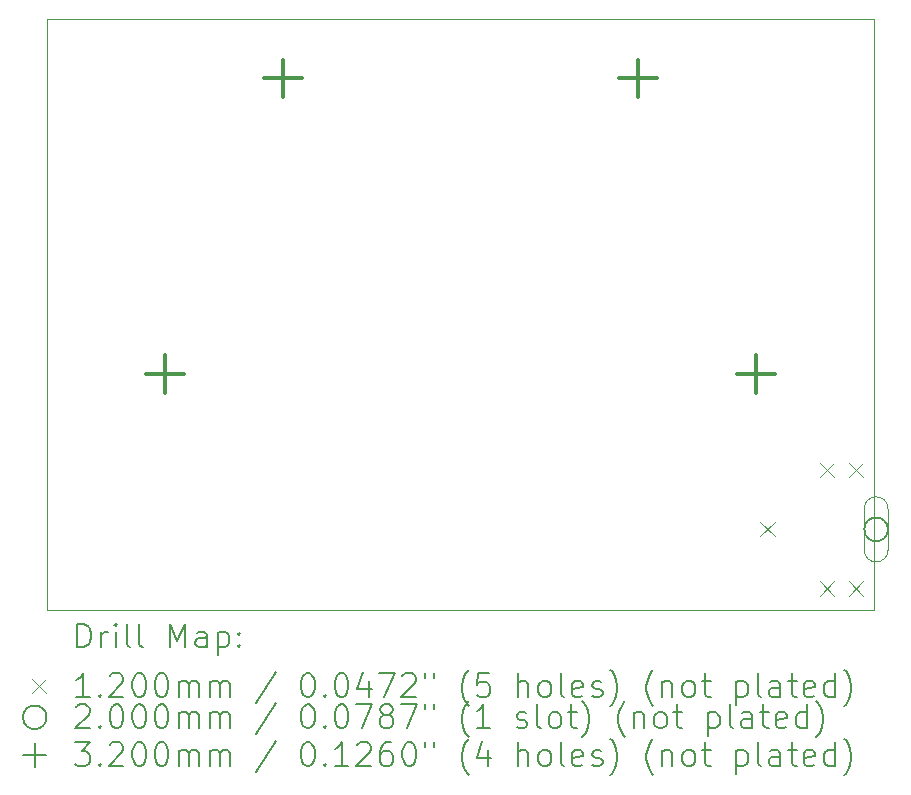
<source format=gbr>
%TF.GenerationSoftware,KiCad,Pcbnew,7.0.10*%
%TF.CreationDate,2024-02-03T19:18:08+01:00*%
%TF.ProjectId,electrosluch_basic,656c6563-7472-46f7-936c-7563685f6261,rev?*%
%TF.SameCoordinates,Original*%
%TF.FileFunction,Drillmap*%
%TF.FilePolarity,Positive*%
%FSLAX45Y45*%
G04 Gerber Fmt 4.5, Leading zero omitted, Abs format (unit mm)*
G04 Created by KiCad (PCBNEW 7.0.10) date 2024-02-03 19:18:08*
%MOMM*%
%LPD*%
G01*
G04 APERTURE LIST*
%ADD10C,0.100000*%
%ADD11C,0.200000*%
%ADD12C,0.120000*%
%ADD13C,0.320000*%
G04 APERTURE END LIST*
D10*
X5000000Y-5000000D02*
X12000000Y-5000000D01*
X12000000Y-10000000D01*
X5000000Y-10000000D01*
X5000000Y-5000000D01*
D11*
D12*
X11040000Y-9258000D02*
X11160000Y-9378000D01*
X11160000Y-9258000D02*
X11040000Y-9378000D01*
X11540000Y-8758000D02*
X11660000Y-8878000D01*
X11660000Y-8758000D02*
X11540000Y-8878000D01*
X11540000Y-9758000D02*
X11660000Y-9878000D01*
X11660000Y-9758000D02*
X11540000Y-9878000D01*
X11790000Y-8758000D02*
X11910000Y-8878000D01*
X11910000Y-8758000D02*
X11790000Y-8878000D01*
X11790000Y-9758000D02*
X11910000Y-9878000D01*
X11910000Y-9758000D02*
X11790000Y-9878000D01*
D11*
X12119100Y-9318000D02*
G75*
G03*
X11919100Y-9318000I-100000J0D01*
G01*
X11919100Y-9318000D02*
G75*
G03*
X12119100Y-9318000I100000J0D01*
G01*
D10*
X12119100Y-9493000D02*
X12119100Y-9143000D01*
X12119100Y-9143000D02*
G75*
G03*
X11919100Y-9143000I-100000J0D01*
G01*
X11919100Y-9143000D02*
X11919100Y-9493000D01*
X11919100Y-9493000D02*
G75*
G03*
X12119100Y-9493000I100000J0D01*
G01*
D13*
X6000000Y-7840000D02*
X6000000Y-8160000D01*
X5840000Y-8000000D02*
X6160000Y-8000000D01*
X7000000Y-5340000D02*
X7000000Y-5660000D01*
X6840000Y-5500000D02*
X7160000Y-5500000D01*
X10000000Y-5340000D02*
X10000000Y-5660000D01*
X9840000Y-5500000D02*
X10160000Y-5500000D01*
X11000000Y-7840000D02*
X11000000Y-8160000D01*
X10840000Y-8000000D02*
X11160000Y-8000000D01*
D11*
X5255777Y-10316484D02*
X5255777Y-10116484D01*
X5255777Y-10116484D02*
X5303396Y-10116484D01*
X5303396Y-10116484D02*
X5331967Y-10126008D01*
X5331967Y-10126008D02*
X5351015Y-10145055D01*
X5351015Y-10145055D02*
X5360539Y-10164103D01*
X5360539Y-10164103D02*
X5370063Y-10202198D01*
X5370063Y-10202198D02*
X5370063Y-10230770D01*
X5370063Y-10230770D02*
X5360539Y-10268865D01*
X5360539Y-10268865D02*
X5351015Y-10287912D01*
X5351015Y-10287912D02*
X5331967Y-10306960D01*
X5331967Y-10306960D02*
X5303396Y-10316484D01*
X5303396Y-10316484D02*
X5255777Y-10316484D01*
X5455777Y-10316484D02*
X5455777Y-10183150D01*
X5455777Y-10221246D02*
X5465301Y-10202198D01*
X5465301Y-10202198D02*
X5474824Y-10192674D01*
X5474824Y-10192674D02*
X5493872Y-10183150D01*
X5493872Y-10183150D02*
X5512920Y-10183150D01*
X5579586Y-10316484D02*
X5579586Y-10183150D01*
X5579586Y-10116484D02*
X5570063Y-10126008D01*
X5570063Y-10126008D02*
X5579586Y-10135531D01*
X5579586Y-10135531D02*
X5589110Y-10126008D01*
X5589110Y-10126008D02*
X5579586Y-10116484D01*
X5579586Y-10116484D02*
X5579586Y-10135531D01*
X5703396Y-10316484D02*
X5684348Y-10306960D01*
X5684348Y-10306960D02*
X5674824Y-10287912D01*
X5674824Y-10287912D02*
X5674824Y-10116484D01*
X5808158Y-10316484D02*
X5789110Y-10306960D01*
X5789110Y-10306960D02*
X5779586Y-10287912D01*
X5779586Y-10287912D02*
X5779586Y-10116484D01*
X6036729Y-10316484D02*
X6036729Y-10116484D01*
X6036729Y-10116484D02*
X6103396Y-10259341D01*
X6103396Y-10259341D02*
X6170062Y-10116484D01*
X6170062Y-10116484D02*
X6170062Y-10316484D01*
X6351015Y-10316484D02*
X6351015Y-10211722D01*
X6351015Y-10211722D02*
X6341491Y-10192674D01*
X6341491Y-10192674D02*
X6322443Y-10183150D01*
X6322443Y-10183150D02*
X6284348Y-10183150D01*
X6284348Y-10183150D02*
X6265301Y-10192674D01*
X6351015Y-10306960D02*
X6331967Y-10316484D01*
X6331967Y-10316484D02*
X6284348Y-10316484D01*
X6284348Y-10316484D02*
X6265301Y-10306960D01*
X6265301Y-10306960D02*
X6255777Y-10287912D01*
X6255777Y-10287912D02*
X6255777Y-10268865D01*
X6255777Y-10268865D02*
X6265301Y-10249817D01*
X6265301Y-10249817D02*
X6284348Y-10240293D01*
X6284348Y-10240293D02*
X6331967Y-10240293D01*
X6331967Y-10240293D02*
X6351015Y-10230770D01*
X6446253Y-10183150D02*
X6446253Y-10383150D01*
X6446253Y-10192674D02*
X6465301Y-10183150D01*
X6465301Y-10183150D02*
X6503396Y-10183150D01*
X6503396Y-10183150D02*
X6522443Y-10192674D01*
X6522443Y-10192674D02*
X6531967Y-10202198D01*
X6531967Y-10202198D02*
X6541491Y-10221246D01*
X6541491Y-10221246D02*
X6541491Y-10278389D01*
X6541491Y-10278389D02*
X6531967Y-10297436D01*
X6531967Y-10297436D02*
X6522443Y-10306960D01*
X6522443Y-10306960D02*
X6503396Y-10316484D01*
X6503396Y-10316484D02*
X6465301Y-10316484D01*
X6465301Y-10316484D02*
X6446253Y-10306960D01*
X6627205Y-10297436D02*
X6636729Y-10306960D01*
X6636729Y-10306960D02*
X6627205Y-10316484D01*
X6627205Y-10316484D02*
X6617682Y-10306960D01*
X6617682Y-10306960D02*
X6627205Y-10297436D01*
X6627205Y-10297436D02*
X6627205Y-10316484D01*
X6627205Y-10192674D02*
X6636729Y-10202198D01*
X6636729Y-10202198D02*
X6627205Y-10211722D01*
X6627205Y-10211722D02*
X6617682Y-10202198D01*
X6617682Y-10202198D02*
X6627205Y-10192674D01*
X6627205Y-10192674D02*
X6627205Y-10211722D01*
D12*
X4875000Y-10585000D02*
X4995000Y-10705000D01*
X4995000Y-10585000D02*
X4875000Y-10705000D01*
D11*
X5360539Y-10736484D02*
X5246253Y-10736484D01*
X5303396Y-10736484D02*
X5303396Y-10536484D01*
X5303396Y-10536484D02*
X5284348Y-10565055D01*
X5284348Y-10565055D02*
X5265301Y-10584103D01*
X5265301Y-10584103D02*
X5246253Y-10593627D01*
X5446253Y-10717436D02*
X5455777Y-10726960D01*
X5455777Y-10726960D02*
X5446253Y-10736484D01*
X5446253Y-10736484D02*
X5436729Y-10726960D01*
X5436729Y-10726960D02*
X5446253Y-10717436D01*
X5446253Y-10717436D02*
X5446253Y-10736484D01*
X5531967Y-10555531D02*
X5541491Y-10546008D01*
X5541491Y-10546008D02*
X5560539Y-10536484D01*
X5560539Y-10536484D02*
X5608158Y-10536484D01*
X5608158Y-10536484D02*
X5627205Y-10546008D01*
X5627205Y-10546008D02*
X5636729Y-10555531D01*
X5636729Y-10555531D02*
X5646253Y-10574579D01*
X5646253Y-10574579D02*
X5646253Y-10593627D01*
X5646253Y-10593627D02*
X5636729Y-10622198D01*
X5636729Y-10622198D02*
X5522444Y-10736484D01*
X5522444Y-10736484D02*
X5646253Y-10736484D01*
X5770062Y-10536484D02*
X5789110Y-10536484D01*
X5789110Y-10536484D02*
X5808158Y-10546008D01*
X5808158Y-10546008D02*
X5817682Y-10555531D01*
X5817682Y-10555531D02*
X5827205Y-10574579D01*
X5827205Y-10574579D02*
X5836729Y-10612674D01*
X5836729Y-10612674D02*
X5836729Y-10660293D01*
X5836729Y-10660293D02*
X5827205Y-10698389D01*
X5827205Y-10698389D02*
X5817682Y-10717436D01*
X5817682Y-10717436D02*
X5808158Y-10726960D01*
X5808158Y-10726960D02*
X5789110Y-10736484D01*
X5789110Y-10736484D02*
X5770062Y-10736484D01*
X5770062Y-10736484D02*
X5751015Y-10726960D01*
X5751015Y-10726960D02*
X5741491Y-10717436D01*
X5741491Y-10717436D02*
X5731967Y-10698389D01*
X5731967Y-10698389D02*
X5722443Y-10660293D01*
X5722443Y-10660293D02*
X5722443Y-10612674D01*
X5722443Y-10612674D02*
X5731967Y-10574579D01*
X5731967Y-10574579D02*
X5741491Y-10555531D01*
X5741491Y-10555531D02*
X5751015Y-10546008D01*
X5751015Y-10546008D02*
X5770062Y-10536484D01*
X5960539Y-10536484D02*
X5979586Y-10536484D01*
X5979586Y-10536484D02*
X5998634Y-10546008D01*
X5998634Y-10546008D02*
X6008158Y-10555531D01*
X6008158Y-10555531D02*
X6017682Y-10574579D01*
X6017682Y-10574579D02*
X6027205Y-10612674D01*
X6027205Y-10612674D02*
X6027205Y-10660293D01*
X6027205Y-10660293D02*
X6017682Y-10698389D01*
X6017682Y-10698389D02*
X6008158Y-10717436D01*
X6008158Y-10717436D02*
X5998634Y-10726960D01*
X5998634Y-10726960D02*
X5979586Y-10736484D01*
X5979586Y-10736484D02*
X5960539Y-10736484D01*
X5960539Y-10736484D02*
X5941491Y-10726960D01*
X5941491Y-10726960D02*
X5931967Y-10717436D01*
X5931967Y-10717436D02*
X5922443Y-10698389D01*
X5922443Y-10698389D02*
X5912920Y-10660293D01*
X5912920Y-10660293D02*
X5912920Y-10612674D01*
X5912920Y-10612674D02*
X5922443Y-10574579D01*
X5922443Y-10574579D02*
X5931967Y-10555531D01*
X5931967Y-10555531D02*
X5941491Y-10546008D01*
X5941491Y-10546008D02*
X5960539Y-10536484D01*
X6112920Y-10736484D02*
X6112920Y-10603150D01*
X6112920Y-10622198D02*
X6122443Y-10612674D01*
X6122443Y-10612674D02*
X6141491Y-10603150D01*
X6141491Y-10603150D02*
X6170063Y-10603150D01*
X6170063Y-10603150D02*
X6189110Y-10612674D01*
X6189110Y-10612674D02*
X6198634Y-10631722D01*
X6198634Y-10631722D02*
X6198634Y-10736484D01*
X6198634Y-10631722D02*
X6208158Y-10612674D01*
X6208158Y-10612674D02*
X6227205Y-10603150D01*
X6227205Y-10603150D02*
X6255777Y-10603150D01*
X6255777Y-10603150D02*
X6274824Y-10612674D01*
X6274824Y-10612674D02*
X6284348Y-10631722D01*
X6284348Y-10631722D02*
X6284348Y-10736484D01*
X6379586Y-10736484D02*
X6379586Y-10603150D01*
X6379586Y-10622198D02*
X6389110Y-10612674D01*
X6389110Y-10612674D02*
X6408158Y-10603150D01*
X6408158Y-10603150D02*
X6436729Y-10603150D01*
X6436729Y-10603150D02*
X6455777Y-10612674D01*
X6455777Y-10612674D02*
X6465301Y-10631722D01*
X6465301Y-10631722D02*
X6465301Y-10736484D01*
X6465301Y-10631722D02*
X6474824Y-10612674D01*
X6474824Y-10612674D02*
X6493872Y-10603150D01*
X6493872Y-10603150D02*
X6522443Y-10603150D01*
X6522443Y-10603150D02*
X6541491Y-10612674D01*
X6541491Y-10612674D02*
X6551015Y-10631722D01*
X6551015Y-10631722D02*
X6551015Y-10736484D01*
X6941491Y-10526960D02*
X6770063Y-10784103D01*
X7198634Y-10536484D02*
X7217682Y-10536484D01*
X7217682Y-10536484D02*
X7236729Y-10546008D01*
X7236729Y-10546008D02*
X7246253Y-10555531D01*
X7246253Y-10555531D02*
X7255777Y-10574579D01*
X7255777Y-10574579D02*
X7265301Y-10612674D01*
X7265301Y-10612674D02*
X7265301Y-10660293D01*
X7265301Y-10660293D02*
X7255777Y-10698389D01*
X7255777Y-10698389D02*
X7246253Y-10717436D01*
X7246253Y-10717436D02*
X7236729Y-10726960D01*
X7236729Y-10726960D02*
X7217682Y-10736484D01*
X7217682Y-10736484D02*
X7198634Y-10736484D01*
X7198634Y-10736484D02*
X7179586Y-10726960D01*
X7179586Y-10726960D02*
X7170063Y-10717436D01*
X7170063Y-10717436D02*
X7160539Y-10698389D01*
X7160539Y-10698389D02*
X7151015Y-10660293D01*
X7151015Y-10660293D02*
X7151015Y-10612674D01*
X7151015Y-10612674D02*
X7160539Y-10574579D01*
X7160539Y-10574579D02*
X7170063Y-10555531D01*
X7170063Y-10555531D02*
X7179586Y-10546008D01*
X7179586Y-10546008D02*
X7198634Y-10536484D01*
X7351015Y-10717436D02*
X7360539Y-10726960D01*
X7360539Y-10726960D02*
X7351015Y-10736484D01*
X7351015Y-10736484D02*
X7341491Y-10726960D01*
X7341491Y-10726960D02*
X7351015Y-10717436D01*
X7351015Y-10717436D02*
X7351015Y-10736484D01*
X7484348Y-10536484D02*
X7503396Y-10536484D01*
X7503396Y-10536484D02*
X7522444Y-10546008D01*
X7522444Y-10546008D02*
X7531967Y-10555531D01*
X7531967Y-10555531D02*
X7541491Y-10574579D01*
X7541491Y-10574579D02*
X7551015Y-10612674D01*
X7551015Y-10612674D02*
X7551015Y-10660293D01*
X7551015Y-10660293D02*
X7541491Y-10698389D01*
X7541491Y-10698389D02*
X7531967Y-10717436D01*
X7531967Y-10717436D02*
X7522444Y-10726960D01*
X7522444Y-10726960D02*
X7503396Y-10736484D01*
X7503396Y-10736484D02*
X7484348Y-10736484D01*
X7484348Y-10736484D02*
X7465301Y-10726960D01*
X7465301Y-10726960D02*
X7455777Y-10717436D01*
X7455777Y-10717436D02*
X7446253Y-10698389D01*
X7446253Y-10698389D02*
X7436729Y-10660293D01*
X7436729Y-10660293D02*
X7436729Y-10612674D01*
X7436729Y-10612674D02*
X7446253Y-10574579D01*
X7446253Y-10574579D02*
X7455777Y-10555531D01*
X7455777Y-10555531D02*
X7465301Y-10546008D01*
X7465301Y-10546008D02*
X7484348Y-10536484D01*
X7722444Y-10603150D02*
X7722444Y-10736484D01*
X7674825Y-10526960D02*
X7627206Y-10669817D01*
X7627206Y-10669817D02*
X7751015Y-10669817D01*
X7808158Y-10536484D02*
X7941491Y-10536484D01*
X7941491Y-10536484D02*
X7855777Y-10736484D01*
X8008158Y-10555531D02*
X8017682Y-10546008D01*
X8017682Y-10546008D02*
X8036729Y-10536484D01*
X8036729Y-10536484D02*
X8084348Y-10536484D01*
X8084348Y-10536484D02*
X8103396Y-10546008D01*
X8103396Y-10546008D02*
X8112920Y-10555531D01*
X8112920Y-10555531D02*
X8122444Y-10574579D01*
X8122444Y-10574579D02*
X8122444Y-10593627D01*
X8122444Y-10593627D02*
X8112920Y-10622198D01*
X8112920Y-10622198D02*
X7998634Y-10736484D01*
X7998634Y-10736484D02*
X8122444Y-10736484D01*
X8198634Y-10536484D02*
X8198634Y-10574579D01*
X8274825Y-10536484D02*
X8274825Y-10574579D01*
X8570063Y-10812674D02*
X8560539Y-10803150D01*
X8560539Y-10803150D02*
X8541491Y-10774579D01*
X8541491Y-10774579D02*
X8531968Y-10755531D01*
X8531968Y-10755531D02*
X8522444Y-10726960D01*
X8522444Y-10726960D02*
X8512920Y-10679341D01*
X8512920Y-10679341D02*
X8512920Y-10641246D01*
X8512920Y-10641246D02*
X8522444Y-10593627D01*
X8522444Y-10593627D02*
X8531968Y-10565055D01*
X8531968Y-10565055D02*
X8541491Y-10546008D01*
X8541491Y-10546008D02*
X8560539Y-10517436D01*
X8560539Y-10517436D02*
X8570063Y-10507912D01*
X8741491Y-10536484D02*
X8646253Y-10536484D01*
X8646253Y-10536484D02*
X8636730Y-10631722D01*
X8636730Y-10631722D02*
X8646253Y-10622198D01*
X8646253Y-10622198D02*
X8665301Y-10612674D01*
X8665301Y-10612674D02*
X8712920Y-10612674D01*
X8712920Y-10612674D02*
X8731968Y-10622198D01*
X8731968Y-10622198D02*
X8741491Y-10631722D01*
X8741491Y-10631722D02*
X8751015Y-10650770D01*
X8751015Y-10650770D02*
X8751015Y-10698389D01*
X8751015Y-10698389D02*
X8741491Y-10717436D01*
X8741491Y-10717436D02*
X8731968Y-10726960D01*
X8731968Y-10726960D02*
X8712920Y-10736484D01*
X8712920Y-10736484D02*
X8665301Y-10736484D01*
X8665301Y-10736484D02*
X8646253Y-10726960D01*
X8646253Y-10726960D02*
X8636730Y-10717436D01*
X8989111Y-10736484D02*
X8989111Y-10536484D01*
X9074825Y-10736484D02*
X9074825Y-10631722D01*
X9074825Y-10631722D02*
X9065301Y-10612674D01*
X9065301Y-10612674D02*
X9046253Y-10603150D01*
X9046253Y-10603150D02*
X9017682Y-10603150D01*
X9017682Y-10603150D02*
X8998634Y-10612674D01*
X8998634Y-10612674D02*
X8989111Y-10622198D01*
X9198634Y-10736484D02*
X9179587Y-10726960D01*
X9179587Y-10726960D02*
X9170063Y-10717436D01*
X9170063Y-10717436D02*
X9160539Y-10698389D01*
X9160539Y-10698389D02*
X9160539Y-10641246D01*
X9160539Y-10641246D02*
X9170063Y-10622198D01*
X9170063Y-10622198D02*
X9179587Y-10612674D01*
X9179587Y-10612674D02*
X9198634Y-10603150D01*
X9198634Y-10603150D02*
X9227206Y-10603150D01*
X9227206Y-10603150D02*
X9246253Y-10612674D01*
X9246253Y-10612674D02*
X9255777Y-10622198D01*
X9255777Y-10622198D02*
X9265301Y-10641246D01*
X9265301Y-10641246D02*
X9265301Y-10698389D01*
X9265301Y-10698389D02*
X9255777Y-10717436D01*
X9255777Y-10717436D02*
X9246253Y-10726960D01*
X9246253Y-10726960D02*
X9227206Y-10736484D01*
X9227206Y-10736484D02*
X9198634Y-10736484D01*
X9379587Y-10736484D02*
X9360539Y-10726960D01*
X9360539Y-10726960D02*
X9351015Y-10707912D01*
X9351015Y-10707912D02*
X9351015Y-10536484D01*
X9531968Y-10726960D02*
X9512920Y-10736484D01*
X9512920Y-10736484D02*
X9474825Y-10736484D01*
X9474825Y-10736484D02*
X9455777Y-10726960D01*
X9455777Y-10726960D02*
X9446253Y-10707912D01*
X9446253Y-10707912D02*
X9446253Y-10631722D01*
X9446253Y-10631722D02*
X9455777Y-10612674D01*
X9455777Y-10612674D02*
X9474825Y-10603150D01*
X9474825Y-10603150D02*
X9512920Y-10603150D01*
X9512920Y-10603150D02*
X9531968Y-10612674D01*
X9531968Y-10612674D02*
X9541492Y-10631722D01*
X9541492Y-10631722D02*
X9541492Y-10650770D01*
X9541492Y-10650770D02*
X9446253Y-10669817D01*
X9617682Y-10726960D02*
X9636730Y-10736484D01*
X9636730Y-10736484D02*
X9674825Y-10736484D01*
X9674825Y-10736484D02*
X9693873Y-10726960D01*
X9693873Y-10726960D02*
X9703396Y-10707912D01*
X9703396Y-10707912D02*
X9703396Y-10698389D01*
X9703396Y-10698389D02*
X9693873Y-10679341D01*
X9693873Y-10679341D02*
X9674825Y-10669817D01*
X9674825Y-10669817D02*
X9646253Y-10669817D01*
X9646253Y-10669817D02*
X9627206Y-10660293D01*
X9627206Y-10660293D02*
X9617682Y-10641246D01*
X9617682Y-10641246D02*
X9617682Y-10631722D01*
X9617682Y-10631722D02*
X9627206Y-10612674D01*
X9627206Y-10612674D02*
X9646253Y-10603150D01*
X9646253Y-10603150D02*
X9674825Y-10603150D01*
X9674825Y-10603150D02*
X9693873Y-10612674D01*
X9770063Y-10812674D02*
X9779587Y-10803150D01*
X9779587Y-10803150D02*
X9798634Y-10774579D01*
X9798634Y-10774579D02*
X9808158Y-10755531D01*
X9808158Y-10755531D02*
X9817682Y-10726960D01*
X9817682Y-10726960D02*
X9827206Y-10679341D01*
X9827206Y-10679341D02*
X9827206Y-10641246D01*
X9827206Y-10641246D02*
X9817682Y-10593627D01*
X9817682Y-10593627D02*
X9808158Y-10565055D01*
X9808158Y-10565055D02*
X9798634Y-10546008D01*
X9798634Y-10546008D02*
X9779587Y-10517436D01*
X9779587Y-10517436D02*
X9770063Y-10507912D01*
X10131968Y-10812674D02*
X10122444Y-10803150D01*
X10122444Y-10803150D02*
X10103396Y-10774579D01*
X10103396Y-10774579D02*
X10093873Y-10755531D01*
X10093873Y-10755531D02*
X10084349Y-10726960D01*
X10084349Y-10726960D02*
X10074825Y-10679341D01*
X10074825Y-10679341D02*
X10074825Y-10641246D01*
X10074825Y-10641246D02*
X10084349Y-10593627D01*
X10084349Y-10593627D02*
X10093873Y-10565055D01*
X10093873Y-10565055D02*
X10103396Y-10546008D01*
X10103396Y-10546008D02*
X10122444Y-10517436D01*
X10122444Y-10517436D02*
X10131968Y-10507912D01*
X10208158Y-10603150D02*
X10208158Y-10736484D01*
X10208158Y-10622198D02*
X10217682Y-10612674D01*
X10217682Y-10612674D02*
X10236730Y-10603150D01*
X10236730Y-10603150D02*
X10265301Y-10603150D01*
X10265301Y-10603150D02*
X10284349Y-10612674D01*
X10284349Y-10612674D02*
X10293873Y-10631722D01*
X10293873Y-10631722D02*
X10293873Y-10736484D01*
X10417682Y-10736484D02*
X10398634Y-10726960D01*
X10398634Y-10726960D02*
X10389111Y-10717436D01*
X10389111Y-10717436D02*
X10379587Y-10698389D01*
X10379587Y-10698389D02*
X10379587Y-10641246D01*
X10379587Y-10641246D02*
X10389111Y-10622198D01*
X10389111Y-10622198D02*
X10398634Y-10612674D01*
X10398634Y-10612674D02*
X10417682Y-10603150D01*
X10417682Y-10603150D02*
X10446254Y-10603150D01*
X10446254Y-10603150D02*
X10465301Y-10612674D01*
X10465301Y-10612674D02*
X10474825Y-10622198D01*
X10474825Y-10622198D02*
X10484349Y-10641246D01*
X10484349Y-10641246D02*
X10484349Y-10698389D01*
X10484349Y-10698389D02*
X10474825Y-10717436D01*
X10474825Y-10717436D02*
X10465301Y-10726960D01*
X10465301Y-10726960D02*
X10446254Y-10736484D01*
X10446254Y-10736484D02*
X10417682Y-10736484D01*
X10541492Y-10603150D02*
X10617682Y-10603150D01*
X10570063Y-10536484D02*
X10570063Y-10707912D01*
X10570063Y-10707912D02*
X10579587Y-10726960D01*
X10579587Y-10726960D02*
X10598634Y-10736484D01*
X10598634Y-10736484D02*
X10617682Y-10736484D01*
X10836730Y-10603150D02*
X10836730Y-10803150D01*
X10836730Y-10612674D02*
X10855777Y-10603150D01*
X10855777Y-10603150D02*
X10893873Y-10603150D01*
X10893873Y-10603150D02*
X10912920Y-10612674D01*
X10912920Y-10612674D02*
X10922444Y-10622198D01*
X10922444Y-10622198D02*
X10931968Y-10641246D01*
X10931968Y-10641246D02*
X10931968Y-10698389D01*
X10931968Y-10698389D02*
X10922444Y-10717436D01*
X10922444Y-10717436D02*
X10912920Y-10726960D01*
X10912920Y-10726960D02*
X10893873Y-10736484D01*
X10893873Y-10736484D02*
X10855777Y-10736484D01*
X10855777Y-10736484D02*
X10836730Y-10726960D01*
X11046254Y-10736484D02*
X11027206Y-10726960D01*
X11027206Y-10726960D02*
X11017682Y-10707912D01*
X11017682Y-10707912D02*
X11017682Y-10536484D01*
X11208158Y-10736484D02*
X11208158Y-10631722D01*
X11208158Y-10631722D02*
X11198634Y-10612674D01*
X11198634Y-10612674D02*
X11179587Y-10603150D01*
X11179587Y-10603150D02*
X11141492Y-10603150D01*
X11141492Y-10603150D02*
X11122444Y-10612674D01*
X11208158Y-10726960D02*
X11189111Y-10736484D01*
X11189111Y-10736484D02*
X11141492Y-10736484D01*
X11141492Y-10736484D02*
X11122444Y-10726960D01*
X11122444Y-10726960D02*
X11112920Y-10707912D01*
X11112920Y-10707912D02*
X11112920Y-10688865D01*
X11112920Y-10688865D02*
X11122444Y-10669817D01*
X11122444Y-10669817D02*
X11141492Y-10660293D01*
X11141492Y-10660293D02*
X11189111Y-10660293D01*
X11189111Y-10660293D02*
X11208158Y-10650770D01*
X11274825Y-10603150D02*
X11351015Y-10603150D01*
X11303396Y-10536484D02*
X11303396Y-10707912D01*
X11303396Y-10707912D02*
X11312920Y-10726960D01*
X11312920Y-10726960D02*
X11331968Y-10736484D01*
X11331968Y-10736484D02*
X11351015Y-10736484D01*
X11493873Y-10726960D02*
X11474825Y-10736484D01*
X11474825Y-10736484D02*
X11436730Y-10736484D01*
X11436730Y-10736484D02*
X11417682Y-10726960D01*
X11417682Y-10726960D02*
X11408158Y-10707912D01*
X11408158Y-10707912D02*
X11408158Y-10631722D01*
X11408158Y-10631722D02*
X11417682Y-10612674D01*
X11417682Y-10612674D02*
X11436730Y-10603150D01*
X11436730Y-10603150D02*
X11474825Y-10603150D01*
X11474825Y-10603150D02*
X11493873Y-10612674D01*
X11493873Y-10612674D02*
X11503396Y-10631722D01*
X11503396Y-10631722D02*
X11503396Y-10650770D01*
X11503396Y-10650770D02*
X11408158Y-10669817D01*
X11674825Y-10736484D02*
X11674825Y-10536484D01*
X11674825Y-10726960D02*
X11655777Y-10736484D01*
X11655777Y-10736484D02*
X11617682Y-10736484D01*
X11617682Y-10736484D02*
X11598634Y-10726960D01*
X11598634Y-10726960D02*
X11589111Y-10717436D01*
X11589111Y-10717436D02*
X11579587Y-10698389D01*
X11579587Y-10698389D02*
X11579587Y-10641246D01*
X11579587Y-10641246D02*
X11589111Y-10622198D01*
X11589111Y-10622198D02*
X11598634Y-10612674D01*
X11598634Y-10612674D02*
X11617682Y-10603150D01*
X11617682Y-10603150D02*
X11655777Y-10603150D01*
X11655777Y-10603150D02*
X11674825Y-10612674D01*
X11751015Y-10812674D02*
X11760539Y-10803150D01*
X11760539Y-10803150D02*
X11779587Y-10774579D01*
X11779587Y-10774579D02*
X11789111Y-10755531D01*
X11789111Y-10755531D02*
X11798634Y-10726960D01*
X11798634Y-10726960D02*
X11808158Y-10679341D01*
X11808158Y-10679341D02*
X11808158Y-10641246D01*
X11808158Y-10641246D02*
X11798634Y-10593627D01*
X11798634Y-10593627D02*
X11789111Y-10565055D01*
X11789111Y-10565055D02*
X11779587Y-10546008D01*
X11779587Y-10546008D02*
X11760539Y-10517436D01*
X11760539Y-10517436D02*
X11751015Y-10507912D01*
X4995000Y-10909000D02*
G75*
G03*
X4795000Y-10909000I-100000J0D01*
G01*
X4795000Y-10909000D02*
G75*
G03*
X4995000Y-10909000I100000J0D01*
G01*
X5246253Y-10819531D02*
X5255777Y-10810008D01*
X5255777Y-10810008D02*
X5274824Y-10800484D01*
X5274824Y-10800484D02*
X5322444Y-10800484D01*
X5322444Y-10800484D02*
X5341491Y-10810008D01*
X5341491Y-10810008D02*
X5351015Y-10819531D01*
X5351015Y-10819531D02*
X5360539Y-10838579D01*
X5360539Y-10838579D02*
X5360539Y-10857627D01*
X5360539Y-10857627D02*
X5351015Y-10886198D01*
X5351015Y-10886198D02*
X5236729Y-11000484D01*
X5236729Y-11000484D02*
X5360539Y-11000484D01*
X5446253Y-10981436D02*
X5455777Y-10990960D01*
X5455777Y-10990960D02*
X5446253Y-11000484D01*
X5446253Y-11000484D02*
X5436729Y-10990960D01*
X5436729Y-10990960D02*
X5446253Y-10981436D01*
X5446253Y-10981436D02*
X5446253Y-11000484D01*
X5579586Y-10800484D02*
X5598634Y-10800484D01*
X5598634Y-10800484D02*
X5617682Y-10810008D01*
X5617682Y-10810008D02*
X5627205Y-10819531D01*
X5627205Y-10819531D02*
X5636729Y-10838579D01*
X5636729Y-10838579D02*
X5646253Y-10876674D01*
X5646253Y-10876674D02*
X5646253Y-10924293D01*
X5646253Y-10924293D02*
X5636729Y-10962389D01*
X5636729Y-10962389D02*
X5627205Y-10981436D01*
X5627205Y-10981436D02*
X5617682Y-10990960D01*
X5617682Y-10990960D02*
X5598634Y-11000484D01*
X5598634Y-11000484D02*
X5579586Y-11000484D01*
X5579586Y-11000484D02*
X5560539Y-10990960D01*
X5560539Y-10990960D02*
X5551015Y-10981436D01*
X5551015Y-10981436D02*
X5541491Y-10962389D01*
X5541491Y-10962389D02*
X5531967Y-10924293D01*
X5531967Y-10924293D02*
X5531967Y-10876674D01*
X5531967Y-10876674D02*
X5541491Y-10838579D01*
X5541491Y-10838579D02*
X5551015Y-10819531D01*
X5551015Y-10819531D02*
X5560539Y-10810008D01*
X5560539Y-10810008D02*
X5579586Y-10800484D01*
X5770062Y-10800484D02*
X5789110Y-10800484D01*
X5789110Y-10800484D02*
X5808158Y-10810008D01*
X5808158Y-10810008D02*
X5817682Y-10819531D01*
X5817682Y-10819531D02*
X5827205Y-10838579D01*
X5827205Y-10838579D02*
X5836729Y-10876674D01*
X5836729Y-10876674D02*
X5836729Y-10924293D01*
X5836729Y-10924293D02*
X5827205Y-10962389D01*
X5827205Y-10962389D02*
X5817682Y-10981436D01*
X5817682Y-10981436D02*
X5808158Y-10990960D01*
X5808158Y-10990960D02*
X5789110Y-11000484D01*
X5789110Y-11000484D02*
X5770062Y-11000484D01*
X5770062Y-11000484D02*
X5751015Y-10990960D01*
X5751015Y-10990960D02*
X5741491Y-10981436D01*
X5741491Y-10981436D02*
X5731967Y-10962389D01*
X5731967Y-10962389D02*
X5722443Y-10924293D01*
X5722443Y-10924293D02*
X5722443Y-10876674D01*
X5722443Y-10876674D02*
X5731967Y-10838579D01*
X5731967Y-10838579D02*
X5741491Y-10819531D01*
X5741491Y-10819531D02*
X5751015Y-10810008D01*
X5751015Y-10810008D02*
X5770062Y-10800484D01*
X5960539Y-10800484D02*
X5979586Y-10800484D01*
X5979586Y-10800484D02*
X5998634Y-10810008D01*
X5998634Y-10810008D02*
X6008158Y-10819531D01*
X6008158Y-10819531D02*
X6017682Y-10838579D01*
X6017682Y-10838579D02*
X6027205Y-10876674D01*
X6027205Y-10876674D02*
X6027205Y-10924293D01*
X6027205Y-10924293D02*
X6017682Y-10962389D01*
X6017682Y-10962389D02*
X6008158Y-10981436D01*
X6008158Y-10981436D02*
X5998634Y-10990960D01*
X5998634Y-10990960D02*
X5979586Y-11000484D01*
X5979586Y-11000484D02*
X5960539Y-11000484D01*
X5960539Y-11000484D02*
X5941491Y-10990960D01*
X5941491Y-10990960D02*
X5931967Y-10981436D01*
X5931967Y-10981436D02*
X5922443Y-10962389D01*
X5922443Y-10962389D02*
X5912920Y-10924293D01*
X5912920Y-10924293D02*
X5912920Y-10876674D01*
X5912920Y-10876674D02*
X5922443Y-10838579D01*
X5922443Y-10838579D02*
X5931967Y-10819531D01*
X5931967Y-10819531D02*
X5941491Y-10810008D01*
X5941491Y-10810008D02*
X5960539Y-10800484D01*
X6112920Y-11000484D02*
X6112920Y-10867150D01*
X6112920Y-10886198D02*
X6122443Y-10876674D01*
X6122443Y-10876674D02*
X6141491Y-10867150D01*
X6141491Y-10867150D02*
X6170063Y-10867150D01*
X6170063Y-10867150D02*
X6189110Y-10876674D01*
X6189110Y-10876674D02*
X6198634Y-10895722D01*
X6198634Y-10895722D02*
X6198634Y-11000484D01*
X6198634Y-10895722D02*
X6208158Y-10876674D01*
X6208158Y-10876674D02*
X6227205Y-10867150D01*
X6227205Y-10867150D02*
X6255777Y-10867150D01*
X6255777Y-10867150D02*
X6274824Y-10876674D01*
X6274824Y-10876674D02*
X6284348Y-10895722D01*
X6284348Y-10895722D02*
X6284348Y-11000484D01*
X6379586Y-11000484D02*
X6379586Y-10867150D01*
X6379586Y-10886198D02*
X6389110Y-10876674D01*
X6389110Y-10876674D02*
X6408158Y-10867150D01*
X6408158Y-10867150D02*
X6436729Y-10867150D01*
X6436729Y-10867150D02*
X6455777Y-10876674D01*
X6455777Y-10876674D02*
X6465301Y-10895722D01*
X6465301Y-10895722D02*
X6465301Y-11000484D01*
X6465301Y-10895722D02*
X6474824Y-10876674D01*
X6474824Y-10876674D02*
X6493872Y-10867150D01*
X6493872Y-10867150D02*
X6522443Y-10867150D01*
X6522443Y-10867150D02*
X6541491Y-10876674D01*
X6541491Y-10876674D02*
X6551015Y-10895722D01*
X6551015Y-10895722D02*
X6551015Y-11000484D01*
X6941491Y-10790960D02*
X6770063Y-11048103D01*
X7198634Y-10800484D02*
X7217682Y-10800484D01*
X7217682Y-10800484D02*
X7236729Y-10810008D01*
X7236729Y-10810008D02*
X7246253Y-10819531D01*
X7246253Y-10819531D02*
X7255777Y-10838579D01*
X7255777Y-10838579D02*
X7265301Y-10876674D01*
X7265301Y-10876674D02*
X7265301Y-10924293D01*
X7265301Y-10924293D02*
X7255777Y-10962389D01*
X7255777Y-10962389D02*
X7246253Y-10981436D01*
X7246253Y-10981436D02*
X7236729Y-10990960D01*
X7236729Y-10990960D02*
X7217682Y-11000484D01*
X7217682Y-11000484D02*
X7198634Y-11000484D01*
X7198634Y-11000484D02*
X7179586Y-10990960D01*
X7179586Y-10990960D02*
X7170063Y-10981436D01*
X7170063Y-10981436D02*
X7160539Y-10962389D01*
X7160539Y-10962389D02*
X7151015Y-10924293D01*
X7151015Y-10924293D02*
X7151015Y-10876674D01*
X7151015Y-10876674D02*
X7160539Y-10838579D01*
X7160539Y-10838579D02*
X7170063Y-10819531D01*
X7170063Y-10819531D02*
X7179586Y-10810008D01*
X7179586Y-10810008D02*
X7198634Y-10800484D01*
X7351015Y-10981436D02*
X7360539Y-10990960D01*
X7360539Y-10990960D02*
X7351015Y-11000484D01*
X7351015Y-11000484D02*
X7341491Y-10990960D01*
X7341491Y-10990960D02*
X7351015Y-10981436D01*
X7351015Y-10981436D02*
X7351015Y-11000484D01*
X7484348Y-10800484D02*
X7503396Y-10800484D01*
X7503396Y-10800484D02*
X7522444Y-10810008D01*
X7522444Y-10810008D02*
X7531967Y-10819531D01*
X7531967Y-10819531D02*
X7541491Y-10838579D01*
X7541491Y-10838579D02*
X7551015Y-10876674D01*
X7551015Y-10876674D02*
X7551015Y-10924293D01*
X7551015Y-10924293D02*
X7541491Y-10962389D01*
X7541491Y-10962389D02*
X7531967Y-10981436D01*
X7531967Y-10981436D02*
X7522444Y-10990960D01*
X7522444Y-10990960D02*
X7503396Y-11000484D01*
X7503396Y-11000484D02*
X7484348Y-11000484D01*
X7484348Y-11000484D02*
X7465301Y-10990960D01*
X7465301Y-10990960D02*
X7455777Y-10981436D01*
X7455777Y-10981436D02*
X7446253Y-10962389D01*
X7446253Y-10962389D02*
X7436729Y-10924293D01*
X7436729Y-10924293D02*
X7436729Y-10876674D01*
X7436729Y-10876674D02*
X7446253Y-10838579D01*
X7446253Y-10838579D02*
X7455777Y-10819531D01*
X7455777Y-10819531D02*
X7465301Y-10810008D01*
X7465301Y-10810008D02*
X7484348Y-10800484D01*
X7617682Y-10800484D02*
X7751015Y-10800484D01*
X7751015Y-10800484D02*
X7665301Y-11000484D01*
X7855777Y-10886198D02*
X7836729Y-10876674D01*
X7836729Y-10876674D02*
X7827206Y-10867150D01*
X7827206Y-10867150D02*
X7817682Y-10848103D01*
X7817682Y-10848103D02*
X7817682Y-10838579D01*
X7817682Y-10838579D02*
X7827206Y-10819531D01*
X7827206Y-10819531D02*
X7836729Y-10810008D01*
X7836729Y-10810008D02*
X7855777Y-10800484D01*
X7855777Y-10800484D02*
X7893872Y-10800484D01*
X7893872Y-10800484D02*
X7912920Y-10810008D01*
X7912920Y-10810008D02*
X7922444Y-10819531D01*
X7922444Y-10819531D02*
X7931967Y-10838579D01*
X7931967Y-10838579D02*
X7931967Y-10848103D01*
X7931967Y-10848103D02*
X7922444Y-10867150D01*
X7922444Y-10867150D02*
X7912920Y-10876674D01*
X7912920Y-10876674D02*
X7893872Y-10886198D01*
X7893872Y-10886198D02*
X7855777Y-10886198D01*
X7855777Y-10886198D02*
X7836729Y-10895722D01*
X7836729Y-10895722D02*
X7827206Y-10905246D01*
X7827206Y-10905246D02*
X7817682Y-10924293D01*
X7817682Y-10924293D02*
X7817682Y-10962389D01*
X7817682Y-10962389D02*
X7827206Y-10981436D01*
X7827206Y-10981436D02*
X7836729Y-10990960D01*
X7836729Y-10990960D02*
X7855777Y-11000484D01*
X7855777Y-11000484D02*
X7893872Y-11000484D01*
X7893872Y-11000484D02*
X7912920Y-10990960D01*
X7912920Y-10990960D02*
X7922444Y-10981436D01*
X7922444Y-10981436D02*
X7931967Y-10962389D01*
X7931967Y-10962389D02*
X7931967Y-10924293D01*
X7931967Y-10924293D02*
X7922444Y-10905246D01*
X7922444Y-10905246D02*
X7912920Y-10895722D01*
X7912920Y-10895722D02*
X7893872Y-10886198D01*
X7998634Y-10800484D02*
X8131967Y-10800484D01*
X8131967Y-10800484D02*
X8046253Y-11000484D01*
X8198634Y-10800484D02*
X8198634Y-10838579D01*
X8274825Y-10800484D02*
X8274825Y-10838579D01*
X8570063Y-11076674D02*
X8560539Y-11067150D01*
X8560539Y-11067150D02*
X8541491Y-11038579D01*
X8541491Y-11038579D02*
X8531968Y-11019531D01*
X8531968Y-11019531D02*
X8522444Y-10990960D01*
X8522444Y-10990960D02*
X8512920Y-10943341D01*
X8512920Y-10943341D02*
X8512920Y-10905246D01*
X8512920Y-10905246D02*
X8522444Y-10857627D01*
X8522444Y-10857627D02*
X8531968Y-10829055D01*
X8531968Y-10829055D02*
X8541491Y-10810008D01*
X8541491Y-10810008D02*
X8560539Y-10781436D01*
X8560539Y-10781436D02*
X8570063Y-10771912D01*
X8751015Y-11000484D02*
X8636730Y-11000484D01*
X8693872Y-11000484D02*
X8693872Y-10800484D01*
X8693872Y-10800484D02*
X8674825Y-10829055D01*
X8674825Y-10829055D02*
X8655777Y-10848103D01*
X8655777Y-10848103D02*
X8636730Y-10857627D01*
X8979587Y-10990960D02*
X8998634Y-11000484D01*
X8998634Y-11000484D02*
X9036730Y-11000484D01*
X9036730Y-11000484D02*
X9055777Y-10990960D01*
X9055777Y-10990960D02*
X9065301Y-10971912D01*
X9065301Y-10971912D02*
X9065301Y-10962389D01*
X9065301Y-10962389D02*
X9055777Y-10943341D01*
X9055777Y-10943341D02*
X9036730Y-10933817D01*
X9036730Y-10933817D02*
X9008158Y-10933817D01*
X9008158Y-10933817D02*
X8989111Y-10924293D01*
X8989111Y-10924293D02*
X8979587Y-10905246D01*
X8979587Y-10905246D02*
X8979587Y-10895722D01*
X8979587Y-10895722D02*
X8989111Y-10876674D01*
X8989111Y-10876674D02*
X9008158Y-10867150D01*
X9008158Y-10867150D02*
X9036730Y-10867150D01*
X9036730Y-10867150D02*
X9055777Y-10876674D01*
X9179587Y-11000484D02*
X9160539Y-10990960D01*
X9160539Y-10990960D02*
X9151015Y-10971912D01*
X9151015Y-10971912D02*
X9151015Y-10800484D01*
X9284349Y-11000484D02*
X9265301Y-10990960D01*
X9265301Y-10990960D02*
X9255777Y-10981436D01*
X9255777Y-10981436D02*
X9246253Y-10962389D01*
X9246253Y-10962389D02*
X9246253Y-10905246D01*
X9246253Y-10905246D02*
X9255777Y-10886198D01*
X9255777Y-10886198D02*
X9265301Y-10876674D01*
X9265301Y-10876674D02*
X9284349Y-10867150D01*
X9284349Y-10867150D02*
X9312920Y-10867150D01*
X9312920Y-10867150D02*
X9331968Y-10876674D01*
X9331968Y-10876674D02*
X9341492Y-10886198D01*
X9341492Y-10886198D02*
X9351015Y-10905246D01*
X9351015Y-10905246D02*
X9351015Y-10962389D01*
X9351015Y-10962389D02*
X9341492Y-10981436D01*
X9341492Y-10981436D02*
X9331968Y-10990960D01*
X9331968Y-10990960D02*
X9312920Y-11000484D01*
X9312920Y-11000484D02*
X9284349Y-11000484D01*
X9408158Y-10867150D02*
X9484349Y-10867150D01*
X9436730Y-10800484D02*
X9436730Y-10971912D01*
X9436730Y-10971912D02*
X9446253Y-10990960D01*
X9446253Y-10990960D02*
X9465301Y-11000484D01*
X9465301Y-11000484D02*
X9484349Y-11000484D01*
X9531968Y-11076674D02*
X9541492Y-11067150D01*
X9541492Y-11067150D02*
X9560539Y-11038579D01*
X9560539Y-11038579D02*
X9570063Y-11019531D01*
X9570063Y-11019531D02*
X9579587Y-10990960D01*
X9579587Y-10990960D02*
X9589111Y-10943341D01*
X9589111Y-10943341D02*
X9589111Y-10905246D01*
X9589111Y-10905246D02*
X9579587Y-10857627D01*
X9579587Y-10857627D02*
X9570063Y-10829055D01*
X9570063Y-10829055D02*
X9560539Y-10810008D01*
X9560539Y-10810008D02*
X9541492Y-10781436D01*
X9541492Y-10781436D02*
X9531968Y-10771912D01*
X9893873Y-11076674D02*
X9884349Y-11067150D01*
X9884349Y-11067150D02*
X9865301Y-11038579D01*
X9865301Y-11038579D02*
X9855777Y-11019531D01*
X9855777Y-11019531D02*
X9846253Y-10990960D01*
X9846253Y-10990960D02*
X9836730Y-10943341D01*
X9836730Y-10943341D02*
X9836730Y-10905246D01*
X9836730Y-10905246D02*
X9846253Y-10857627D01*
X9846253Y-10857627D02*
X9855777Y-10829055D01*
X9855777Y-10829055D02*
X9865301Y-10810008D01*
X9865301Y-10810008D02*
X9884349Y-10781436D01*
X9884349Y-10781436D02*
X9893873Y-10771912D01*
X9970063Y-10867150D02*
X9970063Y-11000484D01*
X9970063Y-10886198D02*
X9979587Y-10876674D01*
X9979587Y-10876674D02*
X9998634Y-10867150D01*
X9998634Y-10867150D02*
X10027206Y-10867150D01*
X10027206Y-10867150D02*
X10046253Y-10876674D01*
X10046253Y-10876674D02*
X10055777Y-10895722D01*
X10055777Y-10895722D02*
X10055777Y-11000484D01*
X10179587Y-11000484D02*
X10160539Y-10990960D01*
X10160539Y-10990960D02*
X10151015Y-10981436D01*
X10151015Y-10981436D02*
X10141492Y-10962389D01*
X10141492Y-10962389D02*
X10141492Y-10905246D01*
X10141492Y-10905246D02*
X10151015Y-10886198D01*
X10151015Y-10886198D02*
X10160539Y-10876674D01*
X10160539Y-10876674D02*
X10179587Y-10867150D01*
X10179587Y-10867150D02*
X10208158Y-10867150D01*
X10208158Y-10867150D02*
X10227206Y-10876674D01*
X10227206Y-10876674D02*
X10236730Y-10886198D01*
X10236730Y-10886198D02*
X10246253Y-10905246D01*
X10246253Y-10905246D02*
X10246253Y-10962389D01*
X10246253Y-10962389D02*
X10236730Y-10981436D01*
X10236730Y-10981436D02*
X10227206Y-10990960D01*
X10227206Y-10990960D02*
X10208158Y-11000484D01*
X10208158Y-11000484D02*
X10179587Y-11000484D01*
X10303396Y-10867150D02*
X10379587Y-10867150D01*
X10331968Y-10800484D02*
X10331968Y-10971912D01*
X10331968Y-10971912D02*
X10341492Y-10990960D01*
X10341492Y-10990960D02*
X10360539Y-11000484D01*
X10360539Y-11000484D02*
X10379587Y-11000484D01*
X10598634Y-10867150D02*
X10598634Y-11067150D01*
X10598634Y-10876674D02*
X10617682Y-10867150D01*
X10617682Y-10867150D02*
X10655777Y-10867150D01*
X10655777Y-10867150D02*
X10674825Y-10876674D01*
X10674825Y-10876674D02*
X10684349Y-10886198D01*
X10684349Y-10886198D02*
X10693873Y-10905246D01*
X10693873Y-10905246D02*
X10693873Y-10962389D01*
X10693873Y-10962389D02*
X10684349Y-10981436D01*
X10684349Y-10981436D02*
X10674825Y-10990960D01*
X10674825Y-10990960D02*
X10655777Y-11000484D01*
X10655777Y-11000484D02*
X10617682Y-11000484D01*
X10617682Y-11000484D02*
X10598634Y-10990960D01*
X10808158Y-11000484D02*
X10789111Y-10990960D01*
X10789111Y-10990960D02*
X10779587Y-10971912D01*
X10779587Y-10971912D02*
X10779587Y-10800484D01*
X10970063Y-11000484D02*
X10970063Y-10895722D01*
X10970063Y-10895722D02*
X10960539Y-10876674D01*
X10960539Y-10876674D02*
X10941492Y-10867150D01*
X10941492Y-10867150D02*
X10903396Y-10867150D01*
X10903396Y-10867150D02*
X10884349Y-10876674D01*
X10970063Y-10990960D02*
X10951015Y-11000484D01*
X10951015Y-11000484D02*
X10903396Y-11000484D01*
X10903396Y-11000484D02*
X10884349Y-10990960D01*
X10884349Y-10990960D02*
X10874825Y-10971912D01*
X10874825Y-10971912D02*
X10874825Y-10952865D01*
X10874825Y-10952865D02*
X10884349Y-10933817D01*
X10884349Y-10933817D02*
X10903396Y-10924293D01*
X10903396Y-10924293D02*
X10951015Y-10924293D01*
X10951015Y-10924293D02*
X10970063Y-10914770D01*
X11036730Y-10867150D02*
X11112920Y-10867150D01*
X11065301Y-10800484D02*
X11065301Y-10971912D01*
X11065301Y-10971912D02*
X11074825Y-10990960D01*
X11074825Y-10990960D02*
X11093873Y-11000484D01*
X11093873Y-11000484D02*
X11112920Y-11000484D01*
X11255777Y-10990960D02*
X11236730Y-11000484D01*
X11236730Y-11000484D02*
X11198634Y-11000484D01*
X11198634Y-11000484D02*
X11179587Y-10990960D01*
X11179587Y-10990960D02*
X11170063Y-10971912D01*
X11170063Y-10971912D02*
X11170063Y-10895722D01*
X11170063Y-10895722D02*
X11179587Y-10876674D01*
X11179587Y-10876674D02*
X11198634Y-10867150D01*
X11198634Y-10867150D02*
X11236730Y-10867150D01*
X11236730Y-10867150D02*
X11255777Y-10876674D01*
X11255777Y-10876674D02*
X11265301Y-10895722D01*
X11265301Y-10895722D02*
X11265301Y-10914770D01*
X11265301Y-10914770D02*
X11170063Y-10933817D01*
X11436730Y-11000484D02*
X11436730Y-10800484D01*
X11436730Y-10990960D02*
X11417682Y-11000484D01*
X11417682Y-11000484D02*
X11379587Y-11000484D01*
X11379587Y-11000484D02*
X11360539Y-10990960D01*
X11360539Y-10990960D02*
X11351015Y-10981436D01*
X11351015Y-10981436D02*
X11341492Y-10962389D01*
X11341492Y-10962389D02*
X11341492Y-10905246D01*
X11341492Y-10905246D02*
X11351015Y-10886198D01*
X11351015Y-10886198D02*
X11360539Y-10876674D01*
X11360539Y-10876674D02*
X11379587Y-10867150D01*
X11379587Y-10867150D02*
X11417682Y-10867150D01*
X11417682Y-10867150D02*
X11436730Y-10876674D01*
X11512920Y-11076674D02*
X11522444Y-11067150D01*
X11522444Y-11067150D02*
X11541492Y-11038579D01*
X11541492Y-11038579D02*
X11551015Y-11019531D01*
X11551015Y-11019531D02*
X11560539Y-10990960D01*
X11560539Y-10990960D02*
X11570063Y-10943341D01*
X11570063Y-10943341D02*
X11570063Y-10905246D01*
X11570063Y-10905246D02*
X11560539Y-10857627D01*
X11560539Y-10857627D02*
X11551015Y-10829055D01*
X11551015Y-10829055D02*
X11541492Y-10810008D01*
X11541492Y-10810008D02*
X11522444Y-10781436D01*
X11522444Y-10781436D02*
X11512920Y-10771912D01*
X4895000Y-11129000D02*
X4895000Y-11329000D01*
X4795000Y-11229000D02*
X4995000Y-11229000D01*
X5236729Y-11120484D02*
X5360539Y-11120484D01*
X5360539Y-11120484D02*
X5293872Y-11196674D01*
X5293872Y-11196674D02*
X5322444Y-11196674D01*
X5322444Y-11196674D02*
X5341491Y-11206198D01*
X5341491Y-11206198D02*
X5351015Y-11215722D01*
X5351015Y-11215722D02*
X5360539Y-11234769D01*
X5360539Y-11234769D02*
X5360539Y-11282388D01*
X5360539Y-11282388D02*
X5351015Y-11301436D01*
X5351015Y-11301436D02*
X5341491Y-11310960D01*
X5341491Y-11310960D02*
X5322444Y-11320484D01*
X5322444Y-11320484D02*
X5265301Y-11320484D01*
X5265301Y-11320484D02*
X5246253Y-11310960D01*
X5246253Y-11310960D02*
X5236729Y-11301436D01*
X5446253Y-11301436D02*
X5455777Y-11310960D01*
X5455777Y-11310960D02*
X5446253Y-11320484D01*
X5446253Y-11320484D02*
X5436729Y-11310960D01*
X5436729Y-11310960D02*
X5446253Y-11301436D01*
X5446253Y-11301436D02*
X5446253Y-11320484D01*
X5531967Y-11139531D02*
X5541491Y-11130008D01*
X5541491Y-11130008D02*
X5560539Y-11120484D01*
X5560539Y-11120484D02*
X5608158Y-11120484D01*
X5608158Y-11120484D02*
X5627205Y-11130008D01*
X5627205Y-11130008D02*
X5636729Y-11139531D01*
X5636729Y-11139531D02*
X5646253Y-11158579D01*
X5646253Y-11158579D02*
X5646253Y-11177627D01*
X5646253Y-11177627D02*
X5636729Y-11206198D01*
X5636729Y-11206198D02*
X5522444Y-11320484D01*
X5522444Y-11320484D02*
X5646253Y-11320484D01*
X5770062Y-11120484D02*
X5789110Y-11120484D01*
X5789110Y-11120484D02*
X5808158Y-11130008D01*
X5808158Y-11130008D02*
X5817682Y-11139531D01*
X5817682Y-11139531D02*
X5827205Y-11158579D01*
X5827205Y-11158579D02*
X5836729Y-11196674D01*
X5836729Y-11196674D02*
X5836729Y-11244293D01*
X5836729Y-11244293D02*
X5827205Y-11282388D01*
X5827205Y-11282388D02*
X5817682Y-11301436D01*
X5817682Y-11301436D02*
X5808158Y-11310960D01*
X5808158Y-11310960D02*
X5789110Y-11320484D01*
X5789110Y-11320484D02*
X5770062Y-11320484D01*
X5770062Y-11320484D02*
X5751015Y-11310960D01*
X5751015Y-11310960D02*
X5741491Y-11301436D01*
X5741491Y-11301436D02*
X5731967Y-11282388D01*
X5731967Y-11282388D02*
X5722443Y-11244293D01*
X5722443Y-11244293D02*
X5722443Y-11196674D01*
X5722443Y-11196674D02*
X5731967Y-11158579D01*
X5731967Y-11158579D02*
X5741491Y-11139531D01*
X5741491Y-11139531D02*
X5751015Y-11130008D01*
X5751015Y-11130008D02*
X5770062Y-11120484D01*
X5960539Y-11120484D02*
X5979586Y-11120484D01*
X5979586Y-11120484D02*
X5998634Y-11130008D01*
X5998634Y-11130008D02*
X6008158Y-11139531D01*
X6008158Y-11139531D02*
X6017682Y-11158579D01*
X6017682Y-11158579D02*
X6027205Y-11196674D01*
X6027205Y-11196674D02*
X6027205Y-11244293D01*
X6027205Y-11244293D02*
X6017682Y-11282388D01*
X6017682Y-11282388D02*
X6008158Y-11301436D01*
X6008158Y-11301436D02*
X5998634Y-11310960D01*
X5998634Y-11310960D02*
X5979586Y-11320484D01*
X5979586Y-11320484D02*
X5960539Y-11320484D01*
X5960539Y-11320484D02*
X5941491Y-11310960D01*
X5941491Y-11310960D02*
X5931967Y-11301436D01*
X5931967Y-11301436D02*
X5922443Y-11282388D01*
X5922443Y-11282388D02*
X5912920Y-11244293D01*
X5912920Y-11244293D02*
X5912920Y-11196674D01*
X5912920Y-11196674D02*
X5922443Y-11158579D01*
X5922443Y-11158579D02*
X5931967Y-11139531D01*
X5931967Y-11139531D02*
X5941491Y-11130008D01*
X5941491Y-11130008D02*
X5960539Y-11120484D01*
X6112920Y-11320484D02*
X6112920Y-11187150D01*
X6112920Y-11206198D02*
X6122443Y-11196674D01*
X6122443Y-11196674D02*
X6141491Y-11187150D01*
X6141491Y-11187150D02*
X6170063Y-11187150D01*
X6170063Y-11187150D02*
X6189110Y-11196674D01*
X6189110Y-11196674D02*
X6198634Y-11215722D01*
X6198634Y-11215722D02*
X6198634Y-11320484D01*
X6198634Y-11215722D02*
X6208158Y-11196674D01*
X6208158Y-11196674D02*
X6227205Y-11187150D01*
X6227205Y-11187150D02*
X6255777Y-11187150D01*
X6255777Y-11187150D02*
X6274824Y-11196674D01*
X6274824Y-11196674D02*
X6284348Y-11215722D01*
X6284348Y-11215722D02*
X6284348Y-11320484D01*
X6379586Y-11320484D02*
X6379586Y-11187150D01*
X6379586Y-11206198D02*
X6389110Y-11196674D01*
X6389110Y-11196674D02*
X6408158Y-11187150D01*
X6408158Y-11187150D02*
X6436729Y-11187150D01*
X6436729Y-11187150D02*
X6455777Y-11196674D01*
X6455777Y-11196674D02*
X6465301Y-11215722D01*
X6465301Y-11215722D02*
X6465301Y-11320484D01*
X6465301Y-11215722D02*
X6474824Y-11196674D01*
X6474824Y-11196674D02*
X6493872Y-11187150D01*
X6493872Y-11187150D02*
X6522443Y-11187150D01*
X6522443Y-11187150D02*
X6541491Y-11196674D01*
X6541491Y-11196674D02*
X6551015Y-11215722D01*
X6551015Y-11215722D02*
X6551015Y-11320484D01*
X6941491Y-11110960D02*
X6770063Y-11368103D01*
X7198634Y-11120484D02*
X7217682Y-11120484D01*
X7217682Y-11120484D02*
X7236729Y-11130008D01*
X7236729Y-11130008D02*
X7246253Y-11139531D01*
X7246253Y-11139531D02*
X7255777Y-11158579D01*
X7255777Y-11158579D02*
X7265301Y-11196674D01*
X7265301Y-11196674D02*
X7265301Y-11244293D01*
X7265301Y-11244293D02*
X7255777Y-11282388D01*
X7255777Y-11282388D02*
X7246253Y-11301436D01*
X7246253Y-11301436D02*
X7236729Y-11310960D01*
X7236729Y-11310960D02*
X7217682Y-11320484D01*
X7217682Y-11320484D02*
X7198634Y-11320484D01*
X7198634Y-11320484D02*
X7179586Y-11310960D01*
X7179586Y-11310960D02*
X7170063Y-11301436D01*
X7170063Y-11301436D02*
X7160539Y-11282388D01*
X7160539Y-11282388D02*
X7151015Y-11244293D01*
X7151015Y-11244293D02*
X7151015Y-11196674D01*
X7151015Y-11196674D02*
X7160539Y-11158579D01*
X7160539Y-11158579D02*
X7170063Y-11139531D01*
X7170063Y-11139531D02*
X7179586Y-11130008D01*
X7179586Y-11130008D02*
X7198634Y-11120484D01*
X7351015Y-11301436D02*
X7360539Y-11310960D01*
X7360539Y-11310960D02*
X7351015Y-11320484D01*
X7351015Y-11320484D02*
X7341491Y-11310960D01*
X7341491Y-11310960D02*
X7351015Y-11301436D01*
X7351015Y-11301436D02*
X7351015Y-11320484D01*
X7551015Y-11320484D02*
X7436729Y-11320484D01*
X7493872Y-11320484D02*
X7493872Y-11120484D01*
X7493872Y-11120484D02*
X7474825Y-11149055D01*
X7474825Y-11149055D02*
X7455777Y-11168103D01*
X7455777Y-11168103D02*
X7436729Y-11177627D01*
X7627206Y-11139531D02*
X7636729Y-11130008D01*
X7636729Y-11130008D02*
X7655777Y-11120484D01*
X7655777Y-11120484D02*
X7703396Y-11120484D01*
X7703396Y-11120484D02*
X7722444Y-11130008D01*
X7722444Y-11130008D02*
X7731967Y-11139531D01*
X7731967Y-11139531D02*
X7741491Y-11158579D01*
X7741491Y-11158579D02*
X7741491Y-11177627D01*
X7741491Y-11177627D02*
X7731967Y-11206198D01*
X7731967Y-11206198D02*
X7617682Y-11320484D01*
X7617682Y-11320484D02*
X7741491Y-11320484D01*
X7912920Y-11120484D02*
X7874825Y-11120484D01*
X7874825Y-11120484D02*
X7855777Y-11130008D01*
X7855777Y-11130008D02*
X7846253Y-11139531D01*
X7846253Y-11139531D02*
X7827206Y-11168103D01*
X7827206Y-11168103D02*
X7817682Y-11206198D01*
X7817682Y-11206198D02*
X7817682Y-11282388D01*
X7817682Y-11282388D02*
X7827206Y-11301436D01*
X7827206Y-11301436D02*
X7836729Y-11310960D01*
X7836729Y-11310960D02*
X7855777Y-11320484D01*
X7855777Y-11320484D02*
X7893872Y-11320484D01*
X7893872Y-11320484D02*
X7912920Y-11310960D01*
X7912920Y-11310960D02*
X7922444Y-11301436D01*
X7922444Y-11301436D02*
X7931967Y-11282388D01*
X7931967Y-11282388D02*
X7931967Y-11234769D01*
X7931967Y-11234769D02*
X7922444Y-11215722D01*
X7922444Y-11215722D02*
X7912920Y-11206198D01*
X7912920Y-11206198D02*
X7893872Y-11196674D01*
X7893872Y-11196674D02*
X7855777Y-11196674D01*
X7855777Y-11196674D02*
X7836729Y-11206198D01*
X7836729Y-11206198D02*
X7827206Y-11215722D01*
X7827206Y-11215722D02*
X7817682Y-11234769D01*
X8055777Y-11120484D02*
X8074825Y-11120484D01*
X8074825Y-11120484D02*
X8093872Y-11130008D01*
X8093872Y-11130008D02*
X8103396Y-11139531D01*
X8103396Y-11139531D02*
X8112920Y-11158579D01*
X8112920Y-11158579D02*
X8122444Y-11196674D01*
X8122444Y-11196674D02*
X8122444Y-11244293D01*
X8122444Y-11244293D02*
X8112920Y-11282388D01*
X8112920Y-11282388D02*
X8103396Y-11301436D01*
X8103396Y-11301436D02*
X8093872Y-11310960D01*
X8093872Y-11310960D02*
X8074825Y-11320484D01*
X8074825Y-11320484D02*
X8055777Y-11320484D01*
X8055777Y-11320484D02*
X8036729Y-11310960D01*
X8036729Y-11310960D02*
X8027206Y-11301436D01*
X8027206Y-11301436D02*
X8017682Y-11282388D01*
X8017682Y-11282388D02*
X8008158Y-11244293D01*
X8008158Y-11244293D02*
X8008158Y-11196674D01*
X8008158Y-11196674D02*
X8017682Y-11158579D01*
X8017682Y-11158579D02*
X8027206Y-11139531D01*
X8027206Y-11139531D02*
X8036729Y-11130008D01*
X8036729Y-11130008D02*
X8055777Y-11120484D01*
X8198634Y-11120484D02*
X8198634Y-11158579D01*
X8274825Y-11120484D02*
X8274825Y-11158579D01*
X8570063Y-11396674D02*
X8560539Y-11387150D01*
X8560539Y-11387150D02*
X8541491Y-11358579D01*
X8541491Y-11358579D02*
X8531968Y-11339531D01*
X8531968Y-11339531D02*
X8522444Y-11310960D01*
X8522444Y-11310960D02*
X8512920Y-11263341D01*
X8512920Y-11263341D02*
X8512920Y-11225246D01*
X8512920Y-11225246D02*
X8522444Y-11177627D01*
X8522444Y-11177627D02*
X8531968Y-11149055D01*
X8531968Y-11149055D02*
X8541491Y-11130008D01*
X8541491Y-11130008D02*
X8560539Y-11101436D01*
X8560539Y-11101436D02*
X8570063Y-11091912D01*
X8731968Y-11187150D02*
X8731968Y-11320484D01*
X8684349Y-11110960D02*
X8636730Y-11253817D01*
X8636730Y-11253817D02*
X8760539Y-11253817D01*
X8989111Y-11320484D02*
X8989111Y-11120484D01*
X9074825Y-11320484D02*
X9074825Y-11215722D01*
X9074825Y-11215722D02*
X9065301Y-11196674D01*
X9065301Y-11196674D02*
X9046253Y-11187150D01*
X9046253Y-11187150D02*
X9017682Y-11187150D01*
X9017682Y-11187150D02*
X8998634Y-11196674D01*
X8998634Y-11196674D02*
X8989111Y-11206198D01*
X9198634Y-11320484D02*
X9179587Y-11310960D01*
X9179587Y-11310960D02*
X9170063Y-11301436D01*
X9170063Y-11301436D02*
X9160539Y-11282388D01*
X9160539Y-11282388D02*
X9160539Y-11225246D01*
X9160539Y-11225246D02*
X9170063Y-11206198D01*
X9170063Y-11206198D02*
X9179587Y-11196674D01*
X9179587Y-11196674D02*
X9198634Y-11187150D01*
X9198634Y-11187150D02*
X9227206Y-11187150D01*
X9227206Y-11187150D02*
X9246253Y-11196674D01*
X9246253Y-11196674D02*
X9255777Y-11206198D01*
X9255777Y-11206198D02*
X9265301Y-11225246D01*
X9265301Y-11225246D02*
X9265301Y-11282388D01*
X9265301Y-11282388D02*
X9255777Y-11301436D01*
X9255777Y-11301436D02*
X9246253Y-11310960D01*
X9246253Y-11310960D02*
X9227206Y-11320484D01*
X9227206Y-11320484D02*
X9198634Y-11320484D01*
X9379587Y-11320484D02*
X9360539Y-11310960D01*
X9360539Y-11310960D02*
X9351015Y-11291912D01*
X9351015Y-11291912D02*
X9351015Y-11120484D01*
X9531968Y-11310960D02*
X9512920Y-11320484D01*
X9512920Y-11320484D02*
X9474825Y-11320484D01*
X9474825Y-11320484D02*
X9455777Y-11310960D01*
X9455777Y-11310960D02*
X9446253Y-11291912D01*
X9446253Y-11291912D02*
X9446253Y-11215722D01*
X9446253Y-11215722D02*
X9455777Y-11196674D01*
X9455777Y-11196674D02*
X9474825Y-11187150D01*
X9474825Y-11187150D02*
X9512920Y-11187150D01*
X9512920Y-11187150D02*
X9531968Y-11196674D01*
X9531968Y-11196674D02*
X9541492Y-11215722D01*
X9541492Y-11215722D02*
X9541492Y-11234769D01*
X9541492Y-11234769D02*
X9446253Y-11253817D01*
X9617682Y-11310960D02*
X9636730Y-11320484D01*
X9636730Y-11320484D02*
X9674825Y-11320484D01*
X9674825Y-11320484D02*
X9693873Y-11310960D01*
X9693873Y-11310960D02*
X9703396Y-11291912D01*
X9703396Y-11291912D02*
X9703396Y-11282388D01*
X9703396Y-11282388D02*
X9693873Y-11263341D01*
X9693873Y-11263341D02*
X9674825Y-11253817D01*
X9674825Y-11253817D02*
X9646253Y-11253817D01*
X9646253Y-11253817D02*
X9627206Y-11244293D01*
X9627206Y-11244293D02*
X9617682Y-11225246D01*
X9617682Y-11225246D02*
X9617682Y-11215722D01*
X9617682Y-11215722D02*
X9627206Y-11196674D01*
X9627206Y-11196674D02*
X9646253Y-11187150D01*
X9646253Y-11187150D02*
X9674825Y-11187150D01*
X9674825Y-11187150D02*
X9693873Y-11196674D01*
X9770063Y-11396674D02*
X9779587Y-11387150D01*
X9779587Y-11387150D02*
X9798634Y-11358579D01*
X9798634Y-11358579D02*
X9808158Y-11339531D01*
X9808158Y-11339531D02*
X9817682Y-11310960D01*
X9817682Y-11310960D02*
X9827206Y-11263341D01*
X9827206Y-11263341D02*
X9827206Y-11225246D01*
X9827206Y-11225246D02*
X9817682Y-11177627D01*
X9817682Y-11177627D02*
X9808158Y-11149055D01*
X9808158Y-11149055D02*
X9798634Y-11130008D01*
X9798634Y-11130008D02*
X9779587Y-11101436D01*
X9779587Y-11101436D02*
X9770063Y-11091912D01*
X10131968Y-11396674D02*
X10122444Y-11387150D01*
X10122444Y-11387150D02*
X10103396Y-11358579D01*
X10103396Y-11358579D02*
X10093873Y-11339531D01*
X10093873Y-11339531D02*
X10084349Y-11310960D01*
X10084349Y-11310960D02*
X10074825Y-11263341D01*
X10074825Y-11263341D02*
X10074825Y-11225246D01*
X10074825Y-11225246D02*
X10084349Y-11177627D01*
X10084349Y-11177627D02*
X10093873Y-11149055D01*
X10093873Y-11149055D02*
X10103396Y-11130008D01*
X10103396Y-11130008D02*
X10122444Y-11101436D01*
X10122444Y-11101436D02*
X10131968Y-11091912D01*
X10208158Y-11187150D02*
X10208158Y-11320484D01*
X10208158Y-11206198D02*
X10217682Y-11196674D01*
X10217682Y-11196674D02*
X10236730Y-11187150D01*
X10236730Y-11187150D02*
X10265301Y-11187150D01*
X10265301Y-11187150D02*
X10284349Y-11196674D01*
X10284349Y-11196674D02*
X10293873Y-11215722D01*
X10293873Y-11215722D02*
X10293873Y-11320484D01*
X10417682Y-11320484D02*
X10398634Y-11310960D01*
X10398634Y-11310960D02*
X10389111Y-11301436D01*
X10389111Y-11301436D02*
X10379587Y-11282388D01*
X10379587Y-11282388D02*
X10379587Y-11225246D01*
X10379587Y-11225246D02*
X10389111Y-11206198D01*
X10389111Y-11206198D02*
X10398634Y-11196674D01*
X10398634Y-11196674D02*
X10417682Y-11187150D01*
X10417682Y-11187150D02*
X10446254Y-11187150D01*
X10446254Y-11187150D02*
X10465301Y-11196674D01*
X10465301Y-11196674D02*
X10474825Y-11206198D01*
X10474825Y-11206198D02*
X10484349Y-11225246D01*
X10484349Y-11225246D02*
X10484349Y-11282388D01*
X10484349Y-11282388D02*
X10474825Y-11301436D01*
X10474825Y-11301436D02*
X10465301Y-11310960D01*
X10465301Y-11310960D02*
X10446254Y-11320484D01*
X10446254Y-11320484D02*
X10417682Y-11320484D01*
X10541492Y-11187150D02*
X10617682Y-11187150D01*
X10570063Y-11120484D02*
X10570063Y-11291912D01*
X10570063Y-11291912D02*
X10579587Y-11310960D01*
X10579587Y-11310960D02*
X10598634Y-11320484D01*
X10598634Y-11320484D02*
X10617682Y-11320484D01*
X10836730Y-11187150D02*
X10836730Y-11387150D01*
X10836730Y-11196674D02*
X10855777Y-11187150D01*
X10855777Y-11187150D02*
X10893873Y-11187150D01*
X10893873Y-11187150D02*
X10912920Y-11196674D01*
X10912920Y-11196674D02*
X10922444Y-11206198D01*
X10922444Y-11206198D02*
X10931968Y-11225246D01*
X10931968Y-11225246D02*
X10931968Y-11282388D01*
X10931968Y-11282388D02*
X10922444Y-11301436D01*
X10922444Y-11301436D02*
X10912920Y-11310960D01*
X10912920Y-11310960D02*
X10893873Y-11320484D01*
X10893873Y-11320484D02*
X10855777Y-11320484D01*
X10855777Y-11320484D02*
X10836730Y-11310960D01*
X11046254Y-11320484D02*
X11027206Y-11310960D01*
X11027206Y-11310960D02*
X11017682Y-11291912D01*
X11017682Y-11291912D02*
X11017682Y-11120484D01*
X11208158Y-11320484D02*
X11208158Y-11215722D01*
X11208158Y-11215722D02*
X11198634Y-11196674D01*
X11198634Y-11196674D02*
X11179587Y-11187150D01*
X11179587Y-11187150D02*
X11141492Y-11187150D01*
X11141492Y-11187150D02*
X11122444Y-11196674D01*
X11208158Y-11310960D02*
X11189111Y-11320484D01*
X11189111Y-11320484D02*
X11141492Y-11320484D01*
X11141492Y-11320484D02*
X11122444Y-11310960D01*
X11122444Y-11310960D02*
X11112920Y-11291912D01*
X11112920Y-11291912D02*
X11112920Y-11272865D01*
X11112920Y-11272865D02*
X11122444Y-11253817D01*
X11122444Y-11253817D02*
X11141492Y-11244293D01*
X11141492Y-11244293D02*
X11189111Y-11244293D01*
X11189111Y-11244293D02*
X11208158Y-11234769D01*
X11274825Y-11187150D02*
X11351015Y-11187150D01*
X11303396Y-11120484D02*
X11303396Y-11291912D01*
X11303396Y-11291912D02*
X11312920Y-11310960D01*
X11312920Y-11310960D02*
X11331968Y-11320484D01*
X11331968Y-11320484D02*
X11351015Y-11320484D01*
X11493873Y-11310960D02*
X11474825Y-11320484D01*
X11474825Y-11320484D02*
X11436730Y-11320484D01*
X11436730Y-11320484D02*
X11417682Y-11310960D01*
X11417682Y-11310960D02*
X11408158Y-11291912D01*
X11408158Y-11291912D02*
X11408158Y-11215722D01*
X11408158Y-11215722D02*
X11417682Y-11196674D01*
X11417682Y-11196674D02*
X11436730Y-11187150D01*
X11436730Y-11187150D02*
X11474825Y-11187150D01*
X11474825Y-11187150D02*
X11493873Y-11196674D01*
X11493873Y-11196674D02*
X11503396Y-11215722D01*
X11503396Y-11215722D02*
X11503396Y-11234769D01*
X11503396Y-11234769D02*
X11408158Y-11253817D01*
X11674825Y-11320484D02*
X11674825Y-11120484D01*
X11674825Y-11310960D02*
X11655777Y-11320484D01*
X11655777Y-11320484D02*
X11617682Y-11320484D01*
X11617682Y-11320484D02*
X11598634Y-11310960D01*
X11598634Y-11310960D02*
X11589111Y-11301436D01*
X11589111Y-11301436D02*
X11579587Y-11282388D01*
X11579587Y-11282388D02*
X11579587Y-11225246D01*
X11579587Y-11225246D02*
X11589111Y-11206198D01*
X11589111Y-11206198D02*
X11598634Y-11196674D01*
X11598634Y-11196674D02*
X11617682Y-11187150D01*
X11617682Y-11187150D02*
X11655777Y-11187150D01*
X11655777Y-11187150D02*
X11674825Y-11196674D01*
X11751015Y-11396674D02*
X11760539Y-11387150D01*
X11760539Y-11387150D02*
X11779587Y-11358579D01*
X11779587Y-11358579D02*
X11789111Y-11339531D01*
X11789111Y-11339531D02*
X11798634Y-11310960D01*
X11798634Y-11310960D02*
X11808158Y-11263341D01*
X11808158Y-11263341D02*
X11808158Y-11225246D01*
X11808158Y-11225246D02*
X11798634Y-11177627D01*
X11798634Y-11177627D02*
X11789111Y-11149055D01*
X11789111Y-11149055D02*
X11779587Y-11130008D01*
X11779587Y-11130008D02*
X11760539Y-11101436D01*
X11760539Y-11101436D02*
X11751015Y-11091912D01*
M02*

</source>
